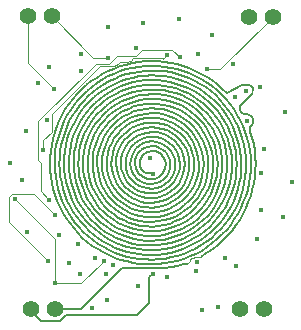
<source format=gbr>
%TF.GenerationSoftware,KiCad,Pcbnew,7.0.8*%
%TF.CreationDate,2023-10-16T01:10:26-04:00*%
%TF.ProjectId,watch,77617463-682e-46b6-9963-61645f706362,rev?*%
%TF.SameCoordinates,Original*%
%TF.FileFunction,Copper,L2,Inr*%
%TF.FilePolarity,Positive*%
%FSLAX45Y45*%
G04 Gerber Fmt 4.5, Leading zero omitted, Abs format (unit mm)*
G04 Created by KiCad (PCBNEW 7.0.8) date 2023-10-16 01:10:26*
%MOMM*%
%LPD*%
G01*
G04 APERTURE LIST*
%TA.AperFunction,ComponentPad*%
%ADD10C,1.400000*%
%TD*%
%TA.AperFunction,ViaPad*%
%ADD11C,0.400000*%
%TD*%
%TA.AperFunction,Conductor*%
%ADD12C,0.200000*%
%TD*%
%TA.AperFunction,Conductor*%
%ADD13C,0.088900*%
%TD*%
G04 APERTURE END LIST*
D10*
%TO.N,GND*%
%TO.C,TP2*%
X750000Y-1230000D03*
%TO.N,+BATT*%
X950000Y-1230000D03*
%TD*%
%TO.N,GND*%
%TO.C,TP4*%
X829000Y1247000D03*
%TO.N,VDD*%
X1029000Y1247000D03*
%TD*%
%TO.N,/coil_{+}*%
%TO.C,TP1*%
X-1020000Y-1230000D03*
X-820000Y-1230000D03*
%TD*%
%TO.N,/SWCLK*%
%TO.C,TP3*%
X-1044000Y1251000D03*
%TO.N,/SWDIO*%
X-844000Y1251000D03*
%TD*%
D11*
%TO.N,GND*%
X382000Y-834000D03*
%TO.N,/LED6*%
X-866000Y-303000D03*
X238000Y903000D03*
%TO.N,/LED13*%
X130000Y920000D03*
X-915000Y122000D03*
%TO.N,/LED5*%
X-818000Y-434000D03*
%TO.N,VDD*%
X375000Y-905000D03*
X470000Y800000D03*
%TO.N,+BATT*%
X-10000Y50000D03*
%TO.N,/LED10*%
X810000Y365000D03*
X930000Y-80000D03*
%TO.N,Net-(D51-K)*%
X705000Y570000D03*
X-1097000Y-136000D03*
X955000Y130000D03*
X132500Y-955000D03*
X-128478Y978478D03*
%TO.N,Net-(D53-K)*%
X-600000Y785000D03*
X-780000Y-600000D03*
X620000Y-797500D03*
X797107Y617107D03*
%TO.N,Net-(D55-K)*%
X-887500Y370000D03*
X395000Y932500D03*
X-390000Y-930000D03*
X930000Y-390000D03*
%TO.N,/LED15*%
X-625000Y-675000D03*
X-475000Y-795000D03*
%TO.N,/LED1*%
X-605000Y-932500D03*
X-72500Y1190000D03*
X715000Y-865000D03*
X1129677Y440000D03*
X-1063000Y280000D03*
%TO.N,/LED2*%
X920000Y655000D03*
X890000Y-635000D03*
X-380000Y-1150000D03*
X-1202500Y7500D03*
X-370000Y1160826D03*
%TO.N,/LED3*%
X687500Y842500D03*
X-1160000Y-300000D03*
X-595000Y930000D03*
X-821000Y-1012000D03*
X1110000Y-447500D03*
X-402290Y-820000D03*
%TO.N,/LED4*%
X1185000Y-152500D03*
X430000Y-1240000D03*
X512500Y1092500D03*
X-1054143Y-580000D03*
X-870000Y822500D03*
%TO.N,/LED5*%
X-695000Y-835000D03*
X-875000Y-825000D03*
X-117500Y-1030000D03*
X232500Y1230000D03*
X-960000Y685000D03*
%TO.N,Net-(D21-A)*%
X-501000Y-1218000D03*
X559000Y-1208000D03*
%TO.N,+BATT*%
X-329000Y-852000D03*
%TO.N,/SWDIO*%
X-372000Y900000D03*
%TO.N,/coil_{+}*%
X10000Y-88543D03*
X10000Y-930000D03*
%TO.N,/SWCLK*%
X-826000Y636000D03*
%TD*%
D12*
%TO.N,/coil_{+}*%
X474957Y-748412D02*
X433396Y-773396D01*
X433396Y-773396D02*
X427219Y-777109D01*
D13*
X401407Y-784593D02*
X422199Y-784593D01*
X422199Y-784593D02*
X433396Y-773396D01*
D12*
X264000Y-847643D02*
X220936Y-860489D01*
D13*
X325340Y-820660D02*
X310000Y-836000D01*
X310000Y-836000D02*
X303000Y-843000D01*
D12*
X264000Y-847643D02*
X298357Y-847643D01*
X298357Y-847643D02*
X310000Y-836000D01*
D13*
X325340Y-808225D02*
X325340Y-820660D01*
X376473Y-784593D02*
X342086Y-800485D01*
X401407Y-784593D02*
X376473Y-784593D01*
X342086Y-800485D02*
X325340Y-808225D01*
%TO.N,/LED6*%
X-937000Y-232000D02*
X-866000Y-303000D01*
X-937000Y10000D02*
X-937000Y-232000D01*
%TO.N,/LED5*%
X-818000Y-434000D02*
X-996845Y-255155D01*
X-996845Y-255155D02*
X-1178576Y-255155D01*
X-1178576Y-255155D02*
X-1204845Y-281425D01*
X-1204845Y-281425D02*
X-1204845Y-495155D01*
X-1204845Y-495155D02*
X-875000Y-825000D01*
%TO.N,/LED6*%
X-960000Y33000D02*
X-937000Y10000D01*
X-472181Y849399D02*
X-960000Y361579D01*
X-359181Y849399D02*
X-472181Y849399D01*
X-960000Y361579D02*
X-960000Y33000D01*
X-296580Y912000D02*
X-359181Y849399D01*
X-131537Y912000D02*
X-296580Y912000D01*
X-78692Y964845D02*
X-131537Y912000D01*
X176155Y964845D02*
X-78692Y964845D01*
X238000Y903000D02*
X176155Y964845D01*
%TO.N,/LED13*%
X130000Y920000D02*
X98302Y888302D01*
X98302Y888302D02*
X92911Y893692D01*
X-212628Y865839D02*
X-263093Y865839D01*
X-284566Y844366D02*
X-319176Y831619D01*
X92911Y893692D02*
X-157113Y893692D01*
X-319176Y831619D02*
X-436381Y831619D01*
X-436381Y831619D02*
X-842655Y425345D01*
X-157113Y893692D02*
X-176645Y874160D01*
X-176645Y874160D02*
X-212628Y865839D01*
X-263093Y865839D02*
X-284566Y844366D01*
X-842655Y271752D02*
X-915000Y199407D01*
X-915000Y199407D02*
X-915000Y122000D01*
X-842655Y425345D02*
X-842655Y271752D01*
%TO.N,/SWDIO*%
X-372000Y900000D02*
X-493000Y900000D01*
X-493000Y900000D02*
X-844000Y1251000D01*
D12*
%TO.N,/coil_{+}*%
X108445Y823725D02*
X162169Y815278D01*
X-496970Y-48947D02*
X-500000Y0D01*
X-459040Y687002D02*
X-413333Y715914D01*
X-502735Y655178D02*
X-459040Y687002D01*
X-738051Y363967D02*
X-713028Y411667D01*
X703341Y-160533D02*
X689833Y-212785D01*
X347651Y-496497D02*
X303333Y-525389D01*
X-759891Y314757D02*
X-738051Y363967D01*
X712900Y-107452D02*
X703341Y-160533D01*
X389244Y-463882D02*
X347651Y-496497D01*
X-803018Y-159730D02*
X-812159Y-106923D01*
X598270Y-52342D02*
X591979Y-104382D01*
X-790449Y-211800D02*
X-803018Y-159730D01*
X600000Y0D02*
X598270Y-52342D01*
X-774510Y-262911D02*
X-790449Y-211800D01*
X597163Y52245D02*
X600000Y0D01*
X-755271Y-312844D02*
X-774510Y-262911D01*
X589790Y103996D02*
X597163Y52245D01*
X-647244Y-496648D02*
X-678687Y-453484D01*
X516728Y298333D02*
X541267Y252397D01*
X-576292Y-576292D02*
X-613063Y-537642D01*
X456222Y382816D02*
X488306Y341915D01*
X605961Y-645283D02*
X564503Y-682367D01*
X-537092Y-612436D02*
X-576292Y-576292D01*
X420728Y420728D02*
X456222Y382816D01*
X644991Y-605687D02*
X605961Y-645283D01*
X-495633Y-645922D02*
X-537092Y-612436D01*
X382101Y455371D02*
X420728Y420728D01*
X681442Y-563738D02*
X644991Y-605687D01*
X-452095Y-676608D02*
X-495633Y-645922D01*
X340641Y486485D02*
X382101Y455371D01*
X715171Y-519602D02*
X681442Y-563738D01*
X-406667Y-704367D02*
X-452095Y-676608D01*
X746048Y-473457D02*
X715171Y-519602D01*
X-359544Y-729083D02*
X-406667Y-704367D01*
X773954Y-425485D02*
X746048Y-473457D01*
X-310930Y-750652D02*
X-359544Y-729083D01*
X202552Y556507D02*
X250519Y537239D01*
X798781Y-375878D02*
X773954Y-425485D01*
X-261036Y-768986D02*
X-310930Y-750652D01*
X153135Y571506D02*
X202552Y556507D01*
X820435Y-324833D02*
X798781Y-375878D01*
X-210075Y-784010D02*
X-261036Y-768986D01*
X102645Y582131D02*
X153135Y571506D01*
X838832Y-272553D02*
X820435Y-324833D01*
X-158267Y-795662D02*
X-210075Y-784010D01*
X51470Y588308D02*
X102645Y582131D01*
X853903Y-219245D02*
X838832Y-272553D01*
X-105835Y-803896D02*
X-158267Y-795662D01*
X0Y590000D02*
X51470Y588308D01*
X865591Y-165120D02*
X853903Y-219245D01*
X-53004Y-808681D02*
X-105835Y-803896D01*
X-51373Y587201D02*
X0Y590000D01*
X0Y-810000D02*
X-53004Y-808681D01*
X-102259Y579942D02*
X-51373Y587201D01*
X55247Y-807678D02*
X0Y-810000D01*
X-152272Y568286D02*
X-102259Y579942D01*
X110177Y-801594D02*
X55247Y-807678D01*
X-201032Y552330D02*
X-152272Y568286D01*
X877864Y55230D02*
X880000Y0D01*
X164534Y-791781D02*
X110177Y-801594D01*
X-248171Y532204D02*
X-201032Y552330D01*
X872267Y110193D02*
X877864Y55230D01*
X218066Y-778288D02*
X164534Y-791781D01*
X-293333Y508068D02*
X-248171Y532204D01*
X863234Y164671D02*
X872267Y110193D01*
X270525Y-761183D02*
X218066Y-778288D01*
X-336180Y480114D02*
X-293333Y508068D01*
X321666Y-740548D02*
X270525Y-761183D01*
X-376388Y448562D02*
X-336180Y480114D01*
X371252Y-716485D02*
X321666Y-740548D01*
X419056Y-689108D02*
X371252Y-716485D01*
X464854Y-658549D02*
X419056Y-689108D01*
X508437Y-624954D02*
X464854Y-658549D01*
X549604Y-588482D02*
X508437Y-624954D01*
X-528176Y246292D02*
X-505181Y291667D01*
X588164Y-549307D02*
X549604Y-588482D01*
X-547110Y199132D02*
X-528176Y246292D01*
X623942Y-507614D02*
X588164Y-549307D01*
X656773Y-463601D02*
X623942Y-507614D01*
X755857Y-268632D02*
X736162Y-319760D01*
X772008Y-216307D02*
X755857Y-268632D01*
X-558627Y-149684D02*
X-570094Y-100523D01*
X457834Y648603D02*
X501303Y616185D01*
X412279Y677963D02*
X457834Y648603D01*
X364852Y704132D02*
X412279Y677963D01*
X-212670Y759030D02*
X-160465Y772199D01*
X-263827Y742338D02*
X-212670Y759030D01*
X-362051Y698727D02*
X-313698Y722204D01*
X-495816Y609439D02*
X-453321Y642209D01*
X-695253Y360251D02*
X-669419Y407083D01*
X-684923Y457651D02*
X-653855Y501721D01*
X-764963Y158961D02*
X-752750Y210911D01*
X-773596Y106328D02*
X-764963Y158961D01*
X-778615Y53259D02*
X-773596Y106328D01*
X-780000Y0D02*
X-778615Y53259D01*
X-777748Y-53199D02*
X-780000Y0D01*
X-771874Y-106092D02*
X-777748Y-53199D01*
X-762408Y-158430D02*
X-771874Y-106092D01*
X-749401Y-209972D02*
X-762408Y-158430D01*
X-732915Y-260478D02*
X-749401Y-209972D01*
X-713032Y-309714D02*
X-732915Y-260478D01*
X0Y670000D02*
X52607Y668433D01*
X-689848Y-357450D02*
X-713032Y-309714D01*
X-52528Y667436D02*
X0Y670000D01*
X-663475Y-403468D02*
X-689848Y-357450D01*
X-104655Y660764D02*
X-52528Y667436D01*
X-634040Y-447554D02*
X-663475Y-403468D01*
X-156058Y650029D02*
X-104655Y660764D01*
X-601682Y-489505D02*
X-634040Y-447554D01*
X-206423Y635306D02*
X-156058Y650029D01*
X-566557Y-529127D02*
X-601682Y-489505D01*
X-255441Y616690D02*
X-206423Y635306D01*
X-528830Y-566239D02*
X-566557Y-529127D01*
X-302812Y594301D02*
X-255441Y616690D01*
X-488682Y-600670D02*
X-528830Y-566239D01*
X-348245Y568285D02*
X-302812Y594301D01*
X-446300Y-632264D02*
X-488682Y-600670D01*
X-156927Y-755172D02*
X-208213Y-743121D01*
X-104967Y-763690D02*
X-156927Y-755172D01*
X-52576Y-768639D02*
X-104967Y-763690D01*
X-629599Y204569D02*
X-612070Y253528D01*
X0Y-770000D02*
X-52576Y-768639D01*
X163385Y-751071D02*
X109453Y-761263D01*
X216422Y-737065D02*
X163385Y-751071D01*
X268293Y-719322D02*
X216422Y-737065D01*
X318737Y-697936D02*
X268293Y-719322D01*
X367497Y-673020D02*
X318737Y-697936D01*
X458992Y-613142D02*
X414327Y-644706D01*
X501266Y-578492D02*
X458992Y-613142D01*
X540937Y-540937D02*
X501266Y-578492D01*
X577805Y-500671D02*
X540937Y-540937D01*
X642412Y-412853D02*
X611686Y-457903D01*
X741299Y161260D02*
X751364Y108030D01*
X727470Y213604D02*
X741299Y161260D01*
X709952Y264799D02*
X727470Y213604D01*
X688840Y314583D02*
X709952Y264799D01*
X664243Y362704D02*
X688840Y314583D01*
X636294Y408921D02*
X664243Y362704D01*
X353501Y-541074D02*
X307863Y-568881D01*
X605136Y452999D02*
X636294Y408921D01*
X396652Y-509619D02*
X353501Y-541074D01*
X570935Y494717D02*
X605136Y452999D01*
X437025Y-474735D02*
X396652Y-509619D01*
X533866Y533866D02*
X570935Y494717D01*
X474348Y-436668D02*
X437025Y-474735D01*
X494122Y570247D02*
X533866Y533866D01*
X508373Y-395682D02*
X474348Y-436668D01*
X451910Y603681D02*
X494122Y570247D01*
X538871Y-352062D02*
X508373Y-395682D01*
X407447Y633999D02*
X451910Y603681D01*
X360962Y661052D02*
X407447Y633999D01*
X312694Y684705D02*
X360962Y661052D01*
X607314Y-208491D02*
X588505Y-258142D01*
X262892Y704842D02*
X312694Y684705D01*
X621947Y-157498D02*
X607314Y-208491D01*
X211812Y721364D02*
X262892Y704842D01*
X632310Y-105514D02*
X621947Y-157498D01*
X159714Y734193D02*
X211812Y721364D01*
X638339Y-52894D02*
X632310Y-105514D01*
X106865Y743266D02*
X159714Y734193D01*
X417323Y-380440D02*
X380836Y-417757D01*
X53537Y748542D02*
X106865Y743266D01*
X0Y750000D02*
X53537Y748542D01*
X-53472Y747636D02*
X0Y750000D01*
X-106607Y741466D02*
X-53472Y747636D01*
X-159134Y731528D02*
X-106607Y741466D01*
X-210787Y717875D02*
X-159134Y731528D01*
X-261304Y700583D02*
X-210787Y717875D01*
X-310428Y679743D02*
X-261304Y700583D01*
X-357912Y655467D02*
X-310428Y679743D01*
X-403515Y627881D02*
X-357912Y655467D01*
X-447007Y597131D02*
X-403515Y627881D01*
X-488169Y563377D02*
X-447007Y597131D01*
X-526795Y526795D02*
X-488169Y563377D01*
X-562690Y487574D02*
X-526795Y526795D01*
X-595676Y445917D02*
X-562690Y487574D01*
X495815Y150404D02*
X508782Y101203D01*
X-652275Y356169D02*
X-625587Y402040D01*
X-675609Y308540D02*
X-652275Y356169D01*
X-711769Y208994D02*
X-695472Y259398D01*
X-724421Y157588D02*
X-711769Y208994D01*
X-738568Y52823D02*
X-733368Y105442D01*
X-203877Y593874D02*
X-154268Y609192D01*
X241885Y452536D02*
X285424Y427167D01*
X-740000Y0D02*
X-738568Y52823D01*
X215251Y803328D02*
X267464Y787925D01*
X-565370Y-247994D02*
X-584416Y-200630D01*
X-737661Y-52759D02*
X-740000Y0D01*
X-731568Y-105184D02*
X-737661Y-52759D01*
X-721756Y-157009D02*
X-731568Y-105184D01*
X-708280Y-207970D02*
X-721756Y-157009D01*
X-691213Y-257809D02*
X-708280Y-207970D01*
X-670647Y-306274D02*
X-691213Y-257809D01*
X-646690Y-353119D02*
X-670647Y-306274D01*
X-619469Y-398108D02*
X-646690Y-353119D01*
X-589126Y-441014D02*
X-619469Y-398108D01*
X-555820Y-481620D02*
X-589126Y-441014D01*
X-519723Y-519723D02*
X-555820Y-481620D01*
X-481025Y-555132D02*
X-519723Y-519723D01*
X-439924Y-587670D02*
X-481025Y-555132D01*
X-396634Y-617174D02*
X-439924Y-587670D01*
X-669419Y407083D02*
X-640433Y452067D01*
X-351377Y-643498D02*
X-396634Y-617174D01*
X-544235Y620581D02*
X-502735Y655178D01*
X-304386Y-666512D02*
X-351377Y-643498D01*
X-583363Y583363D02*
X-544235Y620581D01*
X-717817Y311792D02*
X-695253Y360251D01*
X237448Y-41869D02*
X227614Y-82845D01*
X-255903Y-686103D02*
X-304386Y-666512D01*
X-480264Y145687D02*
X-464249Y192298D01*
X-619955Y543686D02*
X-583363Y583363D01*
X157448Y-587605D02*
X105732Y-599639D01*
X-737012Y261934D02*
X-717817Y311792D01*
X240000Y0D02*
X237448Y-41869D01*
X-206177Y-702174D02*
X-255903Y-686103D01*
X-491619Y97789D02*
X-480264Y145687D01*
X-653855Y501721D02*
X-619955Y543686D01*
X-752750Y210911D02*
X-737012Y261934D01*
X-155463Y-714650D02*
X-206177Y-702174D01*
X-498214Y49070D02*
X-491619Y97789D01*
X-104019Y-723469D02*
X-155463Y-714650D01*
X-713028Y411667D02*
X-684923Y457651D01*
X303333Y-525389D02*
X256623Y-550330D01*
X-52110Y-728593D02*
X-104019Y-723469D01*
X0Y-730000D02*
X-52110Y-728593D01*
X54517Y-727484D02*
X0Y-730000D01*
X-778455Y264250D02*
X-759891Y314757D01*
X718462Y-53841D02*
X712900Y-107452D01*
X427800Y-427800D02*
X389244Y-463882D01*
X108659Y-720905D02*
X54517Y-727484D01*
X-793669Y212663D02*
X-778455Y264250D01*
X720000Y0D02*
X718462Y-53841D01*
X162122Y-710305D02*
X108659Y-720905D01*
X-805470Y160218D02*
X-793669Y212663D01*
X717512Y53770D02*
X720000Y0D01*
X214610Y-695748D02*
X162122Y-710305D01*
X-813811Y107140D02*
X-805470Y160218D01*
X522502Y-301667D02*
X494677Y-346376D01*
X265829Y-677322D02*
X214610Y-695748D01*
X-818660Y53658D02*
X-813811Y107140D01*
X546302Y-254745D02*
X522502Y-301667D01*
X315496Y-655133D02*
X265829Y-677322D01*
X-820000Y0D02*
X-818660Y53658D01*
X565904Y-205972D02*
X546302Y-254745D01*
X363333Y-629312D02*
X315496Y-655133D01*
X-817828Y-53603D02*
X-820000Y0D01*
X581165Y-155723D02*
X565904Y-205972D01*
X409078Y-600007D02*
X363333Y-629312D01*
X-812159Y-106923D02*
X-817828Y-53603D01*
X591979Y-104382D02*
X581165Y-155723D01*
X452475Y-567386D02*
X409078Y-600007D01*
X493287Y-531637D02*
X452475Y-567386D01*
X531288Y-492963D02*
X493287Y-531637D01*
X566269Y-451585D02*
X531288Y-492963D01*
X598040Y-407736D02*
X566269Y-451585D01*
X626425Y-361667D02*
X598040Y-407736D01*
X651272Y-313636D02*
X626425Y-361667D01*
X672446Y-263915D02*
X651272Y-313636D01*
X689833Y-212785D02*
X672446Y-263915D01*
X620652Y358333D02*
X646123Y311157D01*
X53094Y708490D02*
X105962Y703012D01*
X0Y710000D02*
X53094Y708490D01*
X-53023Y707540D02*
X0Y710000D01*
X-105678Y701128D02*
X-53023Y707540D01*
X-157672Y690806D02*
X-105678Y701128D01*
X-397811Y583482D02*
X-353333Y611991D01*
X-516627Y479360D02*
X-479684Y516976D01*
X-653828Y256609D02*
X-633252Y304958D01*
X-683842Y156083D02*
X-670721Y206890D01*
X-693123Y104471D02*
X-683842Y156083D01*
X-698518Y52347D02*
X-693123Y104471D01*
X-667081Y-205767D02*
X-681057Y-155447D01*
X-509646Y-472882D02*
X-543931Y-433771D01*
X-432880Y-542814D02*
X-472558Y-509296D01*
X50304Y-446461D02*
X0Y-450000D01*
X-390837Y-573252D02*
X-432880Y-542814D01*
X99816Y-437325D02*
X50304Y-446461D01*
X-346667Y-600444D02*
X-390837Y-573252D01*
X147918Y-422725D02*
X99816Y-437325D01*
X-300619Y-624243D02*
X-346667Y-600444D01*
X194008Y-402862D02*
X147918Y-422725D01*
X54097Y-687375D02*
X0Y-690000D01*
X417331Y-146031D02*
X399000Y-192148D01*
X-417584Y759583D02*
X-369236Y784666D01*
X263095Y-635167D02*
X212604Y-654327D01*
X436524Y49184D02*
X440000Y0D01*
X484368Y-484368D02*
X445197Y-521258D01*
X165583Y-832441D02*
X110838Y-841902D01*
X-756428Y415850D02*
X-729162Y462740D01*
X520498Y-444547D02*
X484368Y-484368D01*
X219565Y-819427D02*
X165583Y-832441D01*
X-780685Y367362D02*
X-756428Y415850D01*
X553368Y-402045D02*
X520498Y-444547D01*
X272554Y-802918D02*
X219565Y-819427D01*
X-801839Y317471D02*
X-780685Y367362D01*
X582780Y-357128D02*
X553368Y-402045D01*
X-365810Y741788D02*
X-316671Y764510D01*
X672616Y-106532D02*
X662670Y-159093D01*
X678402Y-53391D02*
X672616Y-106532D01*
X680000Y0D02*
X678402Y-53391D01*
X677405Y53313D02*
X680000Y0D01*
X670640Y106219D02*
X677405Y53313D01*
X351903Y574253D02*
X396167Y545278D01*
X305536Y599647D02*
X351903Y574253D01*
X257355Y621309D02*
X305536Y599647D01*
X207659Y639110D02*
X257355Y621309D01*
X156759Y652946D02*
X207659Y639110D01*
X-391465Y538805D02*
X-348245Y568285D01*
X-215563Y-38010D02*
X-220000Y0D01*
X-652862Y103403D02*
X-643223Y154424D01*
X-658464Y51822D02*
X-652862Y103403D01*
X-660000Y0D02*
X-658464Y51822D01*
X-657467Y-51744D02*
X-660000Y0D01*
X-650887Y-103090D02*
X-657467Y-51744D01*
X-585391Y-298272D02*
X-607451Y-251614D01*
X182466Y75580D02*
X194931Y38774D01*
X-609105Y351667D02*
X-581515Y396470D01*
X-425064Y-497686D02*
X-463155Y-463155D01*
X37311Y187575D02*
X73667Y177847D01*
X-633252Y304958D02*
X-609105Y351667D01*
X-384412Y-529097D02*
X-425064Y-497686D01*
X0Y190000D02*
X37311Y187575D01*
X-201479Y-620089D02*
X-249701Y-602831D01*
X-152090Y-633499D02*
X-201479Y-620089D01*
X-101839Y-642985D02*
X-152090Y-633499D01*
X-51038Y-648495D02*
X-101839Y-642985D01*
X-691240Y-104188D02*
X-697568Y-52275D01*
X0Y-650000D02*
X-51038Y-648495D01*
X-681057Y-155447D02*
X-691240Y-104188D01*
X53633Y-647255D02*
X0Y-650000D01*
X106813Y-640097D02*
X53633Y-647255D01*
X301350Y556846D02*
X346592Y530499D01*
X254125Y579347D02*
X301350Y556846D01*
X-51981Y627324D02*
X0Y630000D01*
X364160Y364160D02*
X398583Y327109D01*
X-103521Y620369D02*
X-51981Y627324D01*
X326316Y397617D02*
X364160Y364160D01*
X-342562Y524331D02*
X-298344Y551291D01*
X99740Y501426D02*
X148590Y489834D01*
X-384368Y493836D02*
X-342562Y524331D01*
X50050Y508166D02*
X99740Y501426D01*
X-618407Y51243D02*
X-612582Y102222D01*
X-389887Y319972D02*
X-357089Y357089D01*
X625928Y259268D02*
X644816Y209513D01*
X-640433Y452067D02*
X-608428Y494992D01*
X-620000Y0D02*
X-618407Y51243D01*
X-418853Y279869D02*
X-389887Y319972D01*
X396167Y545278D02*
X438053Y512894D01*
X-515959Y-337093D02*
X-542496Y-293584D01*
X207872Y-571124D02*
X157448Y-587605D01*
X256623Y-550330D02*
X207872Y-571124D01*
X-670721Y206890D02*
X-653828Y256609D01*
X296667Y513842D02*
X340641Y486485D01*
X250519Y537239D02*
X296667Y513842D01*
X798569Y-54624D02*
X793410Y-109052D01*
X-499408Y-288333D02*
X-523141Y-243945D01*
X707606Y366652D02*
X731376Y317682D01*
X-413657Y413657D02*
X-376388Y448562D01*
X680564Y413860D02*
X707606Y366652D01*
X-447710Y375674D02*
X-413657Y413657D01*
X650379Y459088D02*
X680564Y413860D01*
X-478294Y334905D02*
X-447710Y375674D01*
X-561847Y150546D02*
X-547110Y199132D01*
X751284Y492448D02*
G75*
G03*
X747695Y456289I21966J-20438D01*
G01*
X-572283Y100909D02*
X-561847Y150546D01*
X-102981Y-683235D02*
X-153857Y-674093D01*
X-268227Y825517D02*
X-215962Y841118D01*
X-578346Y50599D02*
X-572283Y100909D01*
X-395485Y-228333D02*
X-417795Y-186014D01*
X-580000Y0D02*
X-578346Y50599D01*
X-368912Y-268030D02*
X-395485Y-228333D01*
X640000Y0D02*
X638339Y-52894D01*
X-577240Y-50502D02*
X-580000Y0D01*
X-338379Y-304678D02*
X-368912Y-268030D01*
X107783Y-680517D02*
X54097Y-687375D01*
X430361Y-98227D02*
X417331Y-146031D01*
X-464240Y731526D02*
X-417584Y759583D01*
X160727Y-669477D02*
X107783Y-680517D01*
X437943Y-49344D02*
X430361Y-98227D01*
X-542934Y-197612D02*
X-558627Y-149684D01*
X784544Y-163030D02*
X772008Y-216307D01*
X212604Y-654327D02*
X160727Y-669477D01*
X440000Y0D02*
X437943Y-49344D01*
X-523141Y-243945D02*
X-542934Y-197612D01*
X793410Y-109052D02*
X784544Y-163030D01*
X-406586Y-406586D02*
X-440901Y-369960D01*
X-195711Y-537713D02*
X-242066Y-519113D01*
X-147958Y-552188D02*
X-195711Y-537713D01*
X-99172Y-562435D02*
X-147958Y-552188D01*
X52539Y-566983D02*
X0Y-570000D01*
X104521Y-559138D02*
X52539Y-566983D01*
X155505Y-546543D02*
X104521Y-559138D01*
X205058Y-529315D02*
X155505Y-546543D01*
X603211Y307352D02*
X625928Y259268D01*
X-617358Y-51156D02*
X-620000Y0D01*
X-443717Y237171D02*
X-418853Y279869D01*
X503924Y-250924D02*
X479122Y-296660D01*
X576811Y353470D02*
X603211Y307352D01*
X-610506Y-101875D02*
X-617358Y-51156D01*
X524379Y-203145D02*
X503924Y-250924D01*
X473121Y292944D02*
X498659Y248302D01*
X189107Y-360312D02*
X144570Y-381199D01*
X0Y-610000D02*
X-50417Y-608441D01*
X346123Y92743D02*
X356094Y46881D01*
X53117Y-607125D02*
X0Y-610000D01*
X330287Y136809D02*
X346123Y92743D01*
X134896Y325668D02*
X176667Y305996D01*
X91018Y339684D02*
X134896Y325668D01*
X-173333Y300222D02*
X-132983Y321048D01*
X-352600Y-221553D02*
X-375833Y-180991D01*
X773749Y320497D02*
X793448Y269340D01*
X-210530Y274368D02*
X-173333Y300222D01*
X-304231Y-337883D02*
X-338379Y-304678D01*
X-570094Y-100523D02*
X-577240Y-50502D01*
X-243952Y243952D02*
X-210530Y274368D01*
X-266855Y-367294D02*
X-304231Y-337883D01*
X713010Y-369452D02*
X686507Y-417474D01*
X-127242Y-307190D02*
X-166667Y-288675D01*
X-43182Y-328003D02*
X-85842Y-320365D01*
X0Y-330000D02*
X-43182Y-328003D01*
X-232457Y-434897D02*
X-274313Y-410538D01*
X0Y310000D02*
X44247Y307745D01*
X583685Y256028D02*
X603332Y207124D01*
X-375384Y272732D02*
X-345315Y310923D01*
X160996Y774753D02*
X213609Y762379D01*
X-287889Y255047D02*
X-255557Y288465D01*
X-537111Y-49771D02*
X-540000Y0D01*
X-86825Y295698D02*
X-43988Y305945D01*
X443604Y334994D02*
X473121Y292944D01*
X230722Y-334258D02*
X189107Y-360312D01*
X-230160Y199435D02*
X-200030Y230847D01*
X-643223Y154424D02*
X-629599Y204569D01*
X410367Y374099D02*
X443604Y334994D01*
X268820Y-303435D02*
X230722Y-334258D01*
X-255435Y164158D02*
X-230160Y199435D01*
X-313698Y722204D02*
X-263827Y742338D01*
X-456817Y-48013D02*
X-460000Y0D01*
X373703Y409933D02*
X410367Y374099D01*
X-150134Y-592865D02*
X-198750Y-578940D01*
X357746Y-47098D02*
X349343Y-93606D01*
X-50417Y-608441D02*
X-100576Y-602719D01*
X356094Y46881D02*
X360000Y0D01*
X-95366Y417826D02*
X-48065Y426586D01*
X-270409Y-123492D02*
X-286103Y-84008D01*
X54899Y-767585D02*
X0Y-770000D01*
X114586Y-171491D02*
X79407Y-191705D01*
X105962Y703012D02*
X158308Y693592D01*
X-612070Y253528D02*
X-590737Y300996D01*
X56667Y98149D02*
X81317Y81317D01*
X360000Y0D02*
X357746Y-47098D01*
X-249317Y-160226D02*
X-270409Y-123492D01*
X109453Y-761263D02*
X54899Y-767585D01*
X10000Y-88543D02*
X2286Y-80829D01*
X144957Y-144957D02*
X114586Y-171491D01*
X28901Y107862D02*
X56667Y98149D01*
X-223290Y-193482D02*
X-249317Y-160226D01*
X-121603Y-266274D02*
X-158752Y-247023D01*
X-82215Y-279998D02*
X-121603Y-266274D01*
X285664Y-393182D02*
X243333Y-421466D01*
X324751Y-360673D02*
X285664Y-393182D01*
X-49727Y-568384D02*
X-99172Y-562435D01*
X130295Y-255719D02*
X88997Y-273904D01*
X0Y-570000D02*
X-49727Y-568384D01*
X168107Y-231379D02*
X130295Y-255719D01*
X-423479Y460021D02*
X-384368Y493836D01*
X0Y510000D02*
X50050Y508166D01*
X201525Y-201525D02*
X168107Y-231379D01*
X-459634Y423123D02*
X-423479Y460021D01*
X-49927Y506922D02*
X0Y510000D01*
X229761Y-166931D02*
X201525Y-201525D01*
X-492590Y383398D02*
X-459634Y423123D01*
X-99252Y498974D02*
X-49927Y506922D01*
X252155Y-128479D02*
X229761Y-166931D01*
X302859Y-268310D02*
X268820Y-303435D01*
X848736Y655433D02*
G75*
G03*
X823014Y670000I-25726J-15433D01*
G01*
X268198Y-87143D02*
X252155Y-128479D01*
X277540Y-43958D02*
X268198Y-87143D01*
X356907Y-187319D02*
X332359Y-229411D01*
X389870Y-96094D02*
X376164Y-142660D01*
X199533Y515054D02*
X246467Y494973D01*
X454605Y147710D02*
X468207Y99520D01*
X396320Y48122D02*
X400000Y0D01*
X50802Y548240D02*
X101278Y541792D01*
X-612582Y102222D02*
X-602559Y152589D01*
X-357089Y357089D02*
X-320765Y390853D01*
X246809Y125755D02*
X264394Y85907D01*
X157381Y-35921D02*
X146729Y-70661D01*
X386883Y95358D02*
X396320Y48122D01*
X0Y550000D02*
X50802Y548240D01*
X371849Y141024D02*
X386883Y95358D01*
X351458Y184459D02*
X371849Y141024D01*
X326028Y225041D02*
X351458Y184459D01*
X-584416Y-200630D02*
X-599498Y-151813D01*
X267464Y787925D02*
X318584Y769130D01*
X66322Y137720D02*
X96196Y120625D01*
X42394Y267664D02*
X84053Y258687D01*
X317643Y-45670D02*
X308782Y-90667D01*
X295950Y262189D02*
X326028Y225041D01*
X-82817Y254883D02*
X-42081Y265688D01*
X477297Y477297D02*
X513654Y438702D01*
X33696Y147632D02*
X66322Y137720D01*
X0Y270000D02*
X42394Y267664D01*
X320000Y0D02*
X317643Y-45670D01*
X261678Y295374D02*
X295950Y262189D01*
X438053Y512894D02*
X477297Y477297D01*
X-542496Y-293584D02*
X-565370Y-247994D01*
X-42081Y265688D02*
X0Y270000D01*
X315843Y45411D02*
X320000Y0D01*
X223730Y324129D02*
X261678Y295374D01*
X-121215Y237899D02*
X-82817Y254883D01*
X-156351Y215198D02*
X-121215Y237899D01*
X736162Y-319760D02*
X713010Y-369452D01*
X-85842Y-320365D02*
X-127242Y-307190D01*
X-208213Y-743121D02*
X-258585Y-727589D01*
X-112807Y89961D02*
X-90851Y113924D01*
X-128710Y61983D02*
X-112807Y89961D01*
X482727Y-199952D02*
X461355Y-246599D01*
X668013Y262176D02*
X686192Y211662D01*
X-255811Y-40517D02*
X-260000Y0D01*
X646123Y311157D02*
X668013Y262176D01*
X-245373Y-79726D02*
X-255811Y-40517D01*
X768659Y215368D02*
X781990Y162499D01*
X293563Y-134066D02*
X272260Y-174971D01*
X618886Y156723D02*
X630233Y105167D01*
X-311369Y345810D02*
X-273908Y377002D01*
X169412Y-113197D02*
X144957Y-144957D01*
X751760Y267176D02*
X768659Y215368D01*
X308782Y-90667D02*
X293563Y-134066D01*
X445350Y558451D02*
X486162Y523958D01*
X-77872Y-239666D02*
X-114860Y-225425D01*
X603332Y207124D02*
X618886Y156723D01*
X-345315Y310923D02*
X-311369Y345810D01*
X187086Y-77493D02*
X169412Y-113197D01*
X402103Y589777D02*
X445350Y558451D01*
X-39265Y-247910D02*
X-77872Y-239666D01*
X356667Y617765D02*
X402103Y589777D01*
X0Y-250000D02*
X-39265Y-247910D01*
X309297Y642262D02*
X356667Y617765D01*
X43219Y-245108D02*
X0Y-250000D01*
X-432208Y506050D02*
X-391465Y538805D01*
X-204644Y-74484D02*
X-215563Y-38010D01*
X106810Y-61667D02*
X88388Y-88388D01*
X52607Y668433D02*
X104967Y662739D01*
X334906Y-138723D02*
X314656Y-181667D01*
X0Y430000D02*
X48225Y428006D01*
X557422Y-635618D02*
X514911Y-671045D01*
X-505290Y431558D02*
X-470226Y470226D01*
X120000Y0D02*
X117521Y-31490D01*
X-198750Y-578940D02*
X-246091Y-561032D01*
X349343Y-93606D02*
X334906Y-138723D01*
X-100576Y-602719D02*
X-150134Y-592865D01*
X-48065Y426586D02*
X0Y430000D01*
X-311809Y-129156D02*
X-326805Y-87567D01*
X223289Y162229D02*
X246809Y125755D01*
X160000Y0D02*
X157381Y-35921D01*
X-401887Y-660875D02*
X-446300Y-632264D01*
X0Y150000D02*
X33696Y147632D01*
X-535953Y573865D02*
X-495816Y609439D01*
X-103475Y154861D02*
X-71753Y173227D01*
X95332Y-355783D02*
X48186Y-366008D01*
X-608428Y494992D02*
X-573547Y535656D01*
X-152783Y102086D02*
X-130815Y130815D01*
X-640306Y-153724D02*
X-650887Y-103090D01*
X197383Y-39262D02*
X187086Y-77493D01*
X183333Y-317543D02*
X140636Y-339526D01*
X194454Y194454D02*
X223289Y162229D01*
X154596Y35286D02*
X160000Y0D01*
X317614Y352746D02*
X353241Y318060D01*
X-144984Y172786D02*
X-113333Y196299D01*
X-266435Y-204442D02*
X-291562Y-168333D01*
X161053Y221671D02*
X194454Y194454D01*
X141581Y68182D02*
X154596Y35286D01*
X850647Y398709D02*
G75*
G03*
X816209Y420797I-35777J-17889D01*
G01*
X-236881Y-236881D02*
X-266435Y-204442D01*
X2286Y-80829D02*
X-46667Y-80829D01*
X252760Y-507610D02*
X205058Y-529315D01*
X277898Y-348474D02*
X237514Y-378002D01*
X-544615Y-658327D02*
X-585151Y-623122D01*
X123939Y243245D02*
X161053Y221671D01*
X121742Y97086D02*
X141581Y68182D01*
X-41401Y-287948D02*
X-82215Y-279998D01*
X243333Y-421466D02*
X198216Y-445201D01*
X412805Y238333D02*
X436066Y194149D01*
X-193412Y111667D02*
X-171934Y144270D01*
X-203428Y-265112D02*
X-236881Y-236881D01*
X84053Y258687D02*
X123939Y243245D01*
X96196Y120625D02*
X121742Y97086D01*
X385092Y279786D02*
X412805Y238333D01*
X-208821Y76005D02*
X-193412Y111667D01*
X-252955Y-644519D02*
X-300619Y-624243D01*
X237514Y-378002D02*
X194008Y-402862D01*
X-280867Y-453616D02*
X-321878Y-426235D01*
X97751Y-396592D02*
X49327Y-406247D01*
X368390Y747020D02*
X416667Y721688D01*
X360177Y-324305D02*
X324751Y-360673D01*
X686507Y-417474D02*
X656773Y-463601D01*
X-166667Y-288675D02*
X-203428Y-265112D01*
X731376Y317682D02*
X751760Y267176D01*
X-220000Y0D02*
X-217752Y38396D01*
X-153857Y-674093D02*
X-203942Y-661165D01*
X-215962Y841118D02*
X-162797Y853411D01*
X-192308Y-496404D02*
X-237552Y-477069D01*
X-149298Y-205490D02*
X-180312Y-180312D01*
X-83716Y-48333D02*
X-94983Y-25450D01*
X33215Y-123960D02*
X0Y-130000D01*
X486162Y523958D02*
X524307Y486485D01*
X63333Y-109697D02*
X33215Y-123960D01*
X581174Y542778D02*
X617196Y502126D01*
X266142Y171039D02*
X288601Y131800D01*
X-213580Y155175D02*
X-187383Y187383D01*
X403221Y-554986D02*
X358695Y-585338D01*
X393852Y189669D02*
X413286Y144615D01*
X611686Y-457903D02*
X577805Y-500671D01*
X-280979Y-248926D02*
X-309569Y-213680D01*
X-797376Y-315704D02*
X-816006Y-265137D01*
X-180312Y-180312D02*
X-207108Y-150473D01*
X0Y-130000D02*
X-29246Y-128133D01*
X103868Y622446D02*
X155044Y612253D01*
X0Y630000D02*
X52068Y628373D01*
X-158752Y-247023D02*
X-192886Y-222603D01*
X-733368Y105442D02*
X-724421Y157588D01*
X-154268Y609192D02*
X-103521Y620369D01*
X153307Y-505384D02*
X103154Y-518590D01*
X187255Y-157126D02*
X157840Y-188106D01*
X-168608Y69840D02*
X-152783Y102086D01*
X-625795Y-203333D02*
X-640306Y-153724D01*
X200000Y0D02*
X197383Y-39262D01*
X222705Y-290235D02*
X183333Y-317543D01*
X-573547Y535656D02*
X-535953Y573865D01*
X-130815Y130815D02*
X-103475Y154861D01*
X140636Y-339526D02*
X95332Y-355783D01*
X-413333Y715914D02*
X-365810Y741788D01*
X-53333Y92376D02*
X-28039Y104642D01*
X104967Y662739D02*
X156759Y652946D01*
X142728Y407892D02*
X187810Y389991D01*
X423333Y-733235D02*
X374655Y-759726D01*
X-845946Y161373D02*
X-834531Y214271D01*
X315776Y726990D02*
X364852Y704132D01*
X-179812Y342603D02*
X-137478Y362499D01*
X591744Y403444D02*
X620652Y358333D01*
X-141312Y403847D02*
X-95366Y417826D01*
X669722Y-513896D02*
X634991Y-556873D01*
X-100000Y0D02*
X-98202Y26313D01*
X-291562Y-168333D02*
X-311809Y-129156D01*
X-89489Y51667D02*
X-74246Y74246D01*
X353241Y318060D02*
X385092Y279786D01*
X-217752Y38396D02*
X-208821Y76005D01*
X-203942Y-661165D02*
X-252955Y-644519D01*
X-237552Y-477069D02*
X-280867Y-453616D01*
X-470226Y470226D02*
X-432208Y506050D01*
X117521Y-31490D02*
X106810Y-61667D01*
X260262Y663137D02*
X309297Y642262D01*
X84745Y-232835D02*
X43219Y-245108D01*
X-602559Y152589D02*
X-588398Y201997D01*
X-320765Y390853D02*
X-281257Y420931D01*
X264394Y85907D02*
X275565Y43645D01*
X146729Y-70661D02*
X128444Y-102430D01*
X107642Y161097D02*
X137886Y137886D01*
X-498446Y-425713D02*
X-530715Y-385587D01*
X693801Y-316848D02*
X669829Y-365754D01*
X-173378Y-330343D02*
X-212369Y-307669D01*
X135954Y-297698D02*
X92459Y-314888D01*
X52068Y628373D02*
X103868Y622446D01*
X429246Y286813D02*
X455843Y243653D01*
X-192886Y-222603D02*
X-223290Y-193482D01*
X46834Y-325741D02*
X0Y-330000D01*
X-258585Y-727589D02*
X-307808Y-708645D01*
X-90851Y113924D02*
X-63843Y132571D01*
X0Y-690000D02*
X-51599Y-688546D01*
X399000Y-192148D02*
X375583Y-235994D01*
X-369236Y784666D02*
X-319385Y806674D01*
X-48956Y-528325D02*
X-97603Y-522132D01*
X51888Y-526826D02*
X0Y-530000D01*
X414327Y-644706D02*
X367497Y-673020D01*
X-114860Y-225425D02*
X-149298Y-205490D01*
X857123Y340686D02*
G75*
G03*
X859619Y380762I-33282J22188D01*
G01*
X-613063Y-537642D02*
X-647244Y-496648D01*
X564503Y-682367D02*
X520778Y-716789D01*
X105732Y-599639D02*
X53117Y-607125D01*
X308882Y178333D02*
X330287Y136809D01*
X-380981Y183471D02*
X-358648Y225354D01*
X825086Y-164120D02*
X812988Y-217839D01*
X92459Y-314888D02*
X46834Y-325741D01*
X588505Y-258142D02*
X565641Y-306109D01*
X49198Y468088D02*
X97996Y461034D01*
X-106667Y-184752D02*
X-137842Y-164274D01*
X-234335Y119399D02*
X-213580Y155175D01*
X-137883Y31471D02*
X-128710Y61983D01*
X467378Y430252D02*
X501727Y390510D01*
X103154Y-518590D02*
X51888Y-526826D01*
X-296047Y-42565D02*
X-300000Y0D01*
X-448644Y-95362D02*
X-456817Y-48013D01*
X333931Y442195D02*
X373703Y409933D01*
X-177767Y35360D02*
X-168608Y69840D01*
X760000Y0D02*
X758517Y-54250D01*
X-607451Y-251614D02*
X-625795Y-203333D01*
X194931Y38774D02*
X200000Y0D01*
X258094Y-258094D02*
X222705Y-290235D01*
X-559758Y-343020D02*
X-585391Y-298272D01*
X163176Y109031D02*
X182466Y75580D01*
X210733Y-121667D02*
X187255Y-157126D01*
X187810Y389991D02*
X230674Y367115D01*
X730959Y-214629D02*
X714211Y-266387D01*
X-88915Y-360742D02*
X-132022Y-348114D01*
X-336265Y-44270D02*
X-340000Y0D01*
X0Y-410000D02*
X-45985Y-408132D01*
X759939Y436379D02*
G75*
G03*
X784647Y421855I25711J15461D01*
G01*
X-472558Y-509296D02*
X-509646Y-472882D01*
X-456116Y-282415D02*
X-480755Y-239388D01*
X-377993Y45897D02*
X-370452Y91308D01*
X44247Y307745D02*
X87849Y299187D01*
X476707Y50104D02*
X480000Y0D01*
X-255557Y288465D02*
X-219360Y317798D01*
X524307Y486485D02*
X559568Y446241D01*
X-226874Y361067D02*
X-185330Y384842D01*
X730348Y-421667D02*
X701552Y-468762D01*
X158308Y693592D02*
X209838Y680277D01*
X-590737Y300996D02*
X-565727Y346678D01*
X157840Y-188106D02*
X123333Y-213620D01*
X81317Y81317D02*
X101036Y58333D01*
X278610Y383474D02*
X317614Y352746D01*
X-355650Y-686374D02*
X-401887Y-660875D01*
X-33060Y144846D02*
X0Y150000D01*
X-625587Y402040D02*
X-595676Y445917D01*
X478108Y198039D02*
X495815Y150404D01*
X-145524Y-511465D02*
X-192308Y-496404D01*
X560000Y0D02*
X558197Y-51725D01*
X-453321Y642209D02*
X-408664Y672019D01*
X-67175Y-67175D02*
X-83716Y-48333D01*
X-505181Y291667D02*
X-478294Y334905D01*
X-36823Y185123D02*
X0Y190000D01*
X-50693Y547068D02*
X0Y550000D01*
X-408664Y672019D02*
X-362051Y698727D01*
X-137478Y362499D02*
X-92965Y377174D01*
X87849Y299187D02*
X129912Y284467D01*
X480000Y0D02*
X478033Y-50243D01*
X265283Y746434D02*
X315776Y726990D01*
X-219360Y317798D02*
X-179812Y342603D01*
X559568Y446241D02*
X591744Y403444D01*
X-185330Y384842D02*
X-141312Y403847D01*
X701552Y-468762D02*
X669722Y-513896D01*
X209838Y680277D02*
X260262Y663137D01*
X123333Y-213620D02*
X84745Y-232835D01*
X101036Y58333D02*
X114301Y30627D01*
X751364Y108030D02*
X757610Y54185D01*
X-175315Y-34872D02*
X-180000Y0D01*
X150998Y530701D02*
X199533Y515054D01*
X73667Y177847D02*
X107642Y161097D01*
X-463155Y-463155D02*
X-498446Y-425713D01*
X714211Y-266387D02*
X693801Y-316848D01*
X-132022Y-348114D02*
X-173378Y-330343D01*
X-340000Y0D02*
X-337918Y44488D01*
X-45985Y-408132D02*
X-91551Y-401113D01*
X-588398Y201997D02*
X-570189Y250108D01*
X-281257Y420931D02*
X-238939Y447024D01*
X275565Y43645D02*
X280000Y0D01*
X128444Y-102430D02*
X103321Y-129561D01*
X-171934Y144270D02*
X-144984Y172786D01*
X436066Y194149D02*
X454605Y147710D01*
X-207108Y-150473D02*
X-228989Y-116676D01*
X-29246Y-128133D02*
X-57645Y-119700D01*
X155044Y612253D02*
X205244Y597856D01*
X-297335Y171667D02*
X-273046Y209515D01*
X-220033Y-350181D02*
X-258303Y-323902D01*
X663111Y508823D02*
X695317Y464596D01*
X116667Y202073D02*
X150698Y179595D01*
X-628104Y-302479D02*
X-649395Y-254869D01*
X210371Y-612790D02*
X159178Y-628580D01*
X0Y-170000D02*
X-33409Y-167960D01*
X-538282Y49879D02*
X-531962Y99441D01*
X-228989Y-116676D02*
X-245373Y-79726D01*
X-57645Y-119700D02*
X-83726Y-104989D01*
X205244Y597856D02*
X254125Y579347D01*
X-83726Y-104989D02*
X-106106Y-84617D01*
X508782Y101203D02*
X516874Y50908D01*
X630233Y105167D02*
X637290Y52807D01*
X-106106Y-84617D02*
X-123561Y-59504D01*
X516874Y50908D02*
X520000Y0D01*
X637290Y52807D02*
X640000Y0D01*
X-316671Y764510D02*
X-266125Y783979D01*
X662670Y-159093D02*
X648621Y-210750D01*
X-98202Y26313D02*
X-89489Y51667D01*
X-298344Y551291D02*
X-252011Y574527D01*
X148590Y489834D02*
X196125Y473488D01*
X-146547Y-97919D02*
X-163989Y-67926D01*
X797701Y54564D02*
X800000Y0D01*
X-440901Y-369960D02*
X-471923Y-330444D01*
X213127Y-245962D02*
X176445Y-274555D01*
X711016Y107168D02*
X717512Y53770D01*
X-249177Y80963D02*
X-234335Y119399D01*
X-140000Y0D02*
X-137883Y31471D01*
X429896Y466991D02*
X467378Y430252D01*
X800000Y0D02*
X798569Y-54624D01*
X-471923Y-330444D02*
X-499408Y-288333D01*
X176445Y-274555D02*
X135954Y-297698D01*
X-43988Y305945D02*
X0Y310000D01*
X107690Y783503D02*
X160996Y774753D01*
X-127646Y279505D02*
X-86825Y295698D01*
X-315899Y218049D02*
X-287889Y255047D01*
X-529649Y-99009D02*
X-537111Y-49771D01*
X560086Y303103D02*
X583685Y256028D01*
X-401258Y231667D02*
X-375384Y272732D01*
X-28039Y104642D02*
X0Y110000D01*
X427575Y97591D02*
X436524Y49184D01*
X-71753Y173227D02*
X-36823Y185123D01*
X758517Y-54250D02*
X753164Y-108289D01*
X48186Y-366008D02*
X0Y-370000D01*
X-329169Y-470102D02*
X-369246Y-440050D01*
X137886Y137886D02*
X163176Y109031D01*
X-530715Y-385587D02*
X-559758Y-343020D01*
X669829Y-365754D02*
X642412Y-412853D01*
X-212369Y-307669D02*
X-248416Y-280404D01*
X-187383Y187383D02*
X-156351Y215198D01*
X617196Y502126D02*
X650379Y459088D01*
X288601Y131800D02*
X305293Y89642D01*
X-383123Y-314421D02*
X-412617Y-275702D01*
X-214388Y800109D02*
X-161681Y812826D01*
X-369246Y-440050D02*
X-406586Y-406586D01*
X-248416Y-280404D02*
X-280979Y-248926D01*
X358695Y-585338D02*
X311892Y-612122D01*
X413286Y144615D02*
X427575Y97591D01*
X311892Y-612122D02*
X263095Y-635167D01*
X781990Y162499D02*
X791687Y108815D01*
X272260Y-174971D02*
X245275Y-212532D01*
X686192Y211662D02*
X700555Y159897D01*
X-260000Y0D02*
X-257787Y40829D01*
X-123561Y-59504D02*
X-135097Y-30835D01*
X346592Y530499D02*
X389540Y500481D01*
X-123744Y-123744D02*
X-146547Y-97919D01*
X-581515Y396470D02*
X-550633Y439115D01*
X-486021Y242010D02*
X-462118Y286131D01*
X223438Y81325D02*
X235260Y41483D01*
X791687Y108815D02*
X797701Y54564D01*
X245275Y-212532D02*
X213127Y-245962D01*
X700555Y159897D02*
X711016Y107168D01*
X-257787Y40829D02*
X-249177Y80963D01*
X-135097Y-30835D02*
X-140000Y0D01*
X389540Y500481D02*
X429896Y466991D01*
X235260Y41483D02*
X240000Y0D01*
X-307808Y-708645D02*
X-355650Y-686374D01*
X-63843Y132571D02*
X-33060Y144846D01*
X236667Y409919D02*
X278610Y383474D01*
X-51599Y-688546D02*
X-102981Y-683235D01*
X375583Y-235994D02*
X347357Y-277008D01*
X-97603Y-522132D02*
X-145524Y-511465D01*
X-695472Y259398D02*
X-675609Y308540D01*
X398583Y327109D02*
X429246Y286813D01*
X0Y-530000D02*
X-48956Y-528325D01*
X-326805Y-87567D02*
X-336265Y-44270D01*
X49327Y-406247D02*
X0Y-410000D01*
X777545Y670002D02*
G75*
G03*
X763353Y666430I5J-30002D01*
G01*
X468207Y99520D02*
X476707Y50104D01*
X400000Y0D02*
X397847Y-48307D01*
X101278Y541792D02*
X150998Y530701D01*
X-113333Y196299D02*
X-77905Y214041D01*
X-427643Y-322941D02*
X-456116Y-282415D01*
X-380000Y0D02*
X-377993Y45897D01*
X-337918Y44488D02*
X-330025Y88430D01*
X88997Y-273904D02*
X45210Y-285442D01*
X-47107Y-448198D02*
X-93837Y-441471D01*
X-570189Y250108D02*
X-548051Y296590D01*
X-238939Y447024D02*
X-194212Y468869D01*
X280000Y0D02*
X277540Y-43958D01*
X103321Y-129561D02*
X72521Y-150591D01*
X-77905Y214041D02*
X-39746Y225412D01*
X397847Y-48307D02*
X389870Y-96094D01*
X376164Y-142660D02*
X356907Y-187319D01*
X246467Y494973D02*
X291396Y470620D01*
X0Y230000D02*
X40132Y227600D01*
X-543931Y-433771D02*
X-575220Y-392178D01*
X-501341Y-194220D02*
X-517688Y-147295D01*
X-357464Y135568D02*
X-339198Y178025D01*
X-330025Y88430D02*
X-316429Y131069D01*
X45210Y-285442D02*
X0Y-290000D01*
X-93837Y-441471D02*
X-139676Y-429877D01*
X-548051Y296590D02*
X-522127Y341123D01*
X72521Y-150591D02*
X37511Y-164345D01*
X-309569Y-213680D02*
X-333749Y-175165D01*
X40132Y227600D02*
X79425Y218217D01*
X-575220Y-392178D02*
X-603331Y-348333D01*
X307863Y-568881D02*
X260045Y-592843D01*
X-517688Y-147295D02*
X-529649Y-99009D01*
X-339198Y178025D02*
X-315899Y218049D01*
X-316429Y131069D02*
X-297335Y171667D01*
X-179132Y-371971D02*
X-220033Y-350181D01*
X0Y-290000D02*
X-41401Y-287948D01*
X-139676Y-429877D02*
X-184116Y-413532D01*
X-522127Y341123D02*
X-492590Y383398D01*
X37511Y-164345D02*
X0Y-170000D01*
X-333749Y-175165D02*
X-353148Y-133932D01*
X79425Y218217D02*
X116667Y202073D01*
X-603331Y-348333D02*
X-628104Y-302479D01*
X260045Y-592843D02*
X210371Y-612790D01*
X-273046Y209515D02*
X-243952Y243952D01*
X-258303Y-323902D02*
X-293449Y-293449D01*
X695317Y464596D02*
X724575Y418333D01*
X577946Y154860D02*
X589790Y103996D01*
X-732820Y-361387D02*
X-755271Y-312844D01*
X0Y-490000D02*
X-48090Y-488262D01*
X-33409Y-167960D02*
X-66013Y-159369D01*
X-531962Y99441D02*
X-521083Y148261D01*
X150698Y179595D02*
X180446Y151412D01*
X-649395Y-254869D02*
X-667081Y-205767D01*
X159178Y-628580D02*
X106813Y-640097D01*
X-540000Y0D02*
X-538282Y49879D01*
X-66013Y-159369D02*
X-96530Y-144468D01*
X-521083Y148261D02*
X-505729Y195920D01*
X180446Y151412D02*
X204959Y118333D01*
X836662Y309991D02*
G75*
G03*
X832073Y288172I24958J-16641D01*
G01*
X-96530Y-144468D02*
X-123744Y-123744D01*
X-505729Y195920D02*
X-486021Y242010D01*
X204959Y118333D02*
X223438Y81325D01*
X-252011Y574527D02*
X-203877Y593874D01*
X196125Y473488D02*
X241885Y452536D01*
X-163989Y-67926D02*
X-175315Y-34872D01*
X-417795Y-186014D02*
X-435584Y-141530D01*
X-249701Y-602831D02*
X-296456Y-581827D01*
X-402542Y366966D02*
X-367362Y402977D01*
X-550633Y439115D02*
X-516627Y479360D01*
X-462118Y286131D02*
X-434215Y327904D01*
X-300000Y0D02*
X-297846Y42824D01*
X-353148Y-133932D02*
X-367464Y-90572D01*
X-321878Y-426235D02*
X-360229Y-395152D01*
X-286103Y-84008D02*
X-296047Y-42565D01*
X-435584Y-141530D02*
X-448644Y-95362D01*
X291396Y470620D02*
X333931Y442195D01*
X-180000Y0D02*
X-177767Y35360D01*
X757610Y54185D02*
X760000Y0D01*
X-296456Y-581827D02*
X-341453Y-557200D01*
X-367362Y402977D02*
X-328968Y435623D01*
X227614Y-82845D02*
X210733Y-121667D01*
X-434215Y327904D02*
X-402542Y366966D01*
X753164Y-108289D02*
X743964Y-161840D01*
X0Y-370000D02*
X-44691Y-368066D01*
X743964Y-161840D02*
X730959Y-214629D01*
X-44691Y-368066D02*
X-88915Y-360742D01*
X0Y790000D02*
X53941Y788592D01*
X-200030Y230847D02*
X-165633Y257729D01*
X-107453Y781780D02*
X-53882Y787725D01*
X501727Y390510D02*
X532702Y348032D01*
X-439388Y142766D02*
X-422667Y188183D01*
X53941Y788592D02*
X107690Y783503D01*
X-165633Y257729D02*
X-127646Y279505D01*
X-53882Y787725D02*
X0Y790000D01*
X532702Y348032D02*
X560086Y303103D01*
X-370452Y91308D02*
X-357464Y135568D01*
X-422667Y188183D02*
X-401258Y231667D01*
X129912Y284467D02*
X169565Y263848D01*
X478033Y-50243D02*
X470815Y-100075D01*
X-92965Y377174D02*
X-46917Y386393D01*
X169565Y263848D02*
X205983Y237718D01*
X470815Y-100075D02*
X458409Y-148946D01*
X-46917Y386393D02*
X0Y390000D01*
X501303Y616185D02*
X542481Y580856D01*
X205983Y237718D02*
X238405Y206579D01*
X0Y390000D02*
X47102Y387920D01*
X542481Y580856D02*
X581174Y542778D01*
X238405Y206579D02*
X266142Y171039D01*
X47102Y387920D02*
X93701Y380161D01*
X93701Y380161D02*
X139114Y366814D01*
X139114Y366814D02*
X182672Y348052D01*
X305293Y89642D02*
X315843Y45411D01*
X182672Y348052D02*
X223730Y324129D01*
X440938Y-196318D02*
X418579Y-241667D01*
X418579Y-241667D02*
X391564Y-284488D01*
X144570Y-381199D02*
X97751Y-396592D01*
X318584Y769130D02*
X368390Y747020D01*
X391564Y-284488D02*
X360177Y-324305D01*
X541267Y252397D02*
X561727Y204452D01*
X-678687Y-453484D02*
X-707254Y-408333D01*
X-91551Y-401113D02*
X-136122Y-389015D01*
X550279Y627473D02*
X590434Y590434D01*
X488306Y341915D02*
X516728Y298333D01*
X198216Y-445201D02*
X150800Y-464116D01*
X561727Y204452D02*
X577946Y154860D01*
X-707254Y-408333D02*
X-732820Y-361387D01*
X-136122Y-389015D02*
X-179132Y-371971D01*
X854624Y603480D02*
G75*
G03*
X858388Y639353I-21960J20439D01*
G01*
X590434Y590434D02*
X628100Y550829D01*
X150800Y-464116D02*
X101599Y-477988D01*
X-293449Y-293449D02*
X-325019Y-259194D01*
X-353333Y611991D02*
X-306818Y637114D01*
X-48090Y-488262D02*
X-95838Y-481811D01*
X-325019Y-259194D02*
X-352600Y-221553D01*
X-306818Y637114D02*
X-258522Y658704D01*
X-95838Y-481811D02*
X-142784Y-470695D01*
X-132983Y321048D02*
X-90155Y336464D01*
X-408077Y-93141D02*
X-416649Y-46945D01*
X822634Y163632D02*
X831987Y109533D01*
X-375833Y-180991D02*
X-394408Y-138010D01*
X793448Y269340D02*
X809768Y216977D01*
X-274313Y-410538D02*
X-313628Y-382157D01*
X-90155Y336464D02*
X-45575Y346180D01*
X-416649Y-46945D02*
X-420000Y0D01*
X-394408Y-138010D02*
X-408077Y-93141D01*
X-313628Y-382157D02*
X-350018Y-350018D01*
X494677Y-346376D02*
X463031Y-388529D01*
X-45575Y346180D02*
X0Y350000D01*
X-420000Y0D02*
X-418069Y47105D01*
X-74246Y74246D02*
X-53333Y92376D01*
X-350018Y-350018D02*
X-383123Y-314421D01*
X463031Y-388529D02*
X427800Y-427800D01*
X0Y350000D02*
X45793Y347832D01*
X-418069Y47105D02*
X-410862Y93777D01*
X-565727Y346678D02*
X-537187Y390289D01*
X45793Y347832D02*
X91018Y339684D01*
X-410862Y93777D02*
X-398454Y139425D01*
X-297846Y42824D02*
X-289592Y85032D01*
X-367464Y-90572D02*
X-376466Y-45711D01*
X-360229Y-395152D02*
X-395587Y-360625D01*
X-460000Y0D02*
X-458143Y48153D01*
X-537187Y390289D02*
X-505290Y431558D01*
X114301Y30627D02*
X120000Y0D01*
X-398454Y139425D02*
X-380981Y183471D01*
X-376466Y-45711D02*
X-380000Y0D01*
X-395587Y-360625D02*
X-427643Y-322941D01*
X-289592Y85032D02*
X-275370Y125757D01*
X-458143Y48153D02*
X-451252Y95917D01*
X-94983Y-25450D02*
X-100000Y0D01*
X479122Y-296660D02*
X450176Y-339957D01*
X-358648Y225354D02*
X-331720Y264538D01*
X812988Y-217839D02*
X797394Y-270679D01*
X-331720Y264538D02*
X-300520Y300520D01*
X797394Y-270679D02*
X778368Y-322411D01*
X88388Y-88388D02*
X63333Y-109697D01*
X-300520Y300520D02*
X-265429Y332837D01*
X778368Y-322411D02*
X755989Y-372812D01*
X-265429Y332837D02*
X-226874Y361067D01*
X48225Y428006D02*
X96002Y420612D01*
X514911Y-671045D02*
X470151Y-703631D01*
X96002Y420612D02*
X142728Y407892D01*
X470151Y-703631D02*
X423333Y-733235D01*
X-335653Y-513756D02*
X-377256Y-484698D01*
X288913Y-221691D02*
X258094Y-258094D01*
X-377256Y-484698D02*
X-416350Y-452277D01*
X498659Y248302D02*
X519990Y201445D01*
X230674Y367115D02*
X270773Y339538D01*
X-416350Y-452277D02*
X-452664Y-416706D01*
X519990Y201445D02*
X536925Y152768D01*
X270773Y339538D02*
X307591Y307591D01*
X-452664Y-416706D02*
X-485944Y-378226D01*
X307591Y307591D02*
X340655Y271663D01*
X-485944Y-378226D02*
X-515959Y-337093D01*
X340655Y271663D02*
X369535Y232194D01*
X369535Y232194D02*
X393852Y189669D01*
X536925Y152768D02*
X549309Y102684D01*
X549309Y102684D02*
X557025Y51616D01*
X557025Y51616D02*
X560000Y0D01*
X285424Y427167D02*
X326316Y397617D01*
X644816Y209513D02*
X659753Y158393D01*
X450176Y-339957D02*
X417323Y-380440D01*
X0Y110000D02*
X28901Y107862D01*
X298208Y-481623D02*
X252760Y-507610D01*
X314663Y-314663D02*
X277898Y-348474D01*
X-501969Y-690901D02*
X-544615Y-658327D01*
X0Y-450000D02*
X-47107Y-448198D01*
X-242066Y-519113D02*
X-286667Y-496521D01*
X-184116Y-413532D02*
X-226667Y-392598D01*
X-286667Y-496521D02*
X-329169Y-470102D01*
X-226667Y-392598D02*
X-266855Y-367294D01*
X-160465Y772199D02*
X-107453Y781780D01*
X-275370Y125757D02*
X-255435Y164158D01*
X-451252Y95917D02*
X-439388Y142766D01*
X213609Y762379D02*
X265283Y746434D01*
X-273908Y377002D02*
X-233333Y404145D01*
X-233333Y404145D02*
X-190082Y426930D01*
X79407Y-191705D02*
X40725Y-204739D01*
X-190082Y426930D02*
X-144620Y445094D01*
X40725Y-204739D02*
X0Y-210000D01*
X-144620Y445094D02*
X-97441Y458425D01*
X0Y-210000D02*
X-36659Y-207904D01*
X-97441Y458425D02*
X-49059Y466762D01*
X-36659Y-207904D02*
X-72584Y-199424D01*
X-49059Y466762D02*
X0Y470000D01*
X-72584Y-199424D02*
X-106667Y-184752D01*
X0Y470000D02*
X49198Y468088D01*
X565641Y-306109D02*
X538871Y-352062D01*
X-137842Y-164274D02*
X-165125Y-138556D01*
X97996Y461034D02*
X145856Y448899D01*
X-165125Y-138556D02*
X-187639Y-108333D01*
X145856Y448899D02*
X192251Y431802D01*
X-187639Y-108333D02*
X-204644Y-74484D01*
X192251Y431802D02*
X236667Y409919D01*
X-39746Y225412D02*
X0Y230000D01*
X-697568Y-52275D02*
X-700000Y0D01*
X637993Y599116D02*
X763353Y666431D01*
X-700000Y0D02*
X-698518Y52347D01*
X777545Y670000D02*
X823014Y670000D01*
X332359Y-229411D02*
X302859Y-268310D01*
X458409Y-148946D02*
X440938Y-196318D01*
X-479684Y516976D02*
X-440006Y551750D01*
X101599Y-477988D02*
X51149Y-486653D01*
X-440006Y551750D02*
X-397811Y583482D01*
X51149Y-486653D02*
X0Y-490000D01*
X-258522Y658704D02*
X-208715Y676637D01*
X-142784Y-470695D02*
X-188472Y-455011D01*
X-208715Y676637D02*
X-157672Y690806D01*
X-188472Y-455011D02*
X-232457Y-434897D01*
X-412617Y-275702D02*
X-438205Y-234225D01*
X-161681Y812826D02*
X-108228Y822073D01*
X-438205Y-234225D02*
X-459630Y-190385D01*
X-108228Y822073D02*
X-54257Y827807D01*
X-459630Y-190385D02*
X-476676Y-144598D01*
X-476676Y-144598D02*
X-489167Y-97301D01*
X0Y830000D02*
X54312Y828639D01*
X-489167Y-97301D02*
X-496970Y-48947D01*
X54312Y828639D02*
X108445Y823725D01*
X176667Y305996D02*
X215603Y280979D01*
X215603Y280979D02*
X251023Y251023D01*
X-500000Y0D02*
X-498214Y49070D01*
X251023Y251023D02*
X282302Y216618D01*
X282302Y216618D02*
X308882Y178333D01*
X-464249Y192298D02*
X-443717Y237171D01*
X-246091Y-561032D02*
X-291831Y-539256D01*
X-291831Y-539256D02*
X-335653Y-513756D01*
X314656Y-181667D02*
X288913Y-221691D01*
X-194212Y468869D02*
X-147501Y486245D01*
X-147501Y486245D02*
X-99252Y498974D01*
X558197Y-51725D02*
X551621Y-103116D01*
X513654Y438702D02*
X546896Y397343D01*
X551621Y-103116D02*
X540320Y-153734D01*
X546896Y397343D02*
X576811Y353470D01*
X-599498Y-151813D02*
X-610506Y-101875D01*
X540320Y-153734D02*
X524379Y-203145D01*
X659753Y158393D02*
X670640Y106219D01*
X380836Y-417757D02*
X341020Y-451584D01*
X455843Y243653D02*
X478108Y198039D01*
X341020Y-451584D02*
X298208Y-481623D01*
X347357Y-277008D02*
X314663Y-314663D01*
X-457382Y-720718D02*
X-501969Y-690901D01*
X520000Y0D02*
X518118Y-51030D01*
X-266125Y783979D02*
X-214388Y800109D01*
X648621Y-210750D02*
X630548Y-261181D01*
X518118Y-51030D02*
X511234Y-101691D01*
X630548Y-261181D02*
X608558Y-310076D01*
X511234Y-101691D02*
X499403Y-151492D01*
X608558Y-310076D02*
X582780Y-357128D01*
X499403Y-151492D02*
X482727Y-199952D01*
X-54257Y827807D02*
X0Y830000D01*
X-46667Y-80829D02*
X-67175Y-67175D01*
X840000Y0D02*
X838617Y-54966D01*
X461355Y-246599D02*
X435482Y-290980D01*
X435482Y-290980D02*
X405347Y-332660D01*
X405347Y-332660D02*
X371231Y-371231D01*
X445197Y-521258D02*
X403221Y-554986D01*
X110838Y-841902D02*
X55565Y-847764D01*
X-729162Y462740D02*
X-698991Y507846D01*
X371231Y-371231D02*
X333453Y-406314D01*
X162169Y815278D02*
X215251Y803328D01*
X333453Y-406314D02*
X292369Y-437561D01*
X292369Y-437561D02*
X248367Y-464662D01*
X248367Y-464662D02*
X201865Y-487346D01*
X201865Y-487346D02*
X153307Y-505384D01*
X-480755Y-239388D02*
X-501341Y-194220D01*
X-341453Y-557200D02*
X-384412Y-529097D01*
X-328968Y435623D02*
X-287680Y464619D01*
X-287680Y464619D02*
X-243845Y489707D01*
X-243845Y489707D02*
X-197833Y510666D01*
X-197833Y510666D02*
X-150032Y527307D01*
X-150032Y527307D02*
X-100846Y539479D01*
X-100846Y539479D02*
X-50693Y547068D01*
X416667Y721688D02*
X463207Y693238D01*
X463207Y693238D02*
X507808Y661789D01*
X507808Y661789D02*
X550279Y627473D01*
X628100Y550829D02*
X663111Y508823D01*
X724575Y418333D02*
X750757Y370232D01*
X750757Y370232D02*
X773749Y320497D01*
X809768Y216977D02*
X822634Y163632D01*
X831987Y109533D02*
X837786Y54911D01*
X837786Y54911D02*
X840000Y0D01*
X838617Y-54966D02*
X833640Y-109751D01*
X833640Y-109751D02*
X825086Y-164120D01*
X755989Y-372812D02*
X730348Y-421667D01*
X634991Y-556873D02*
X597505Y-597505D01*
X597505Y-597505D02*
X557422Y-635618D01*
X374655Y-759726D02*
X324324Y-782988D01*
X-834531Y214271D02*
X-819811Y266373D01*
X324324Y-782988D02*
X272554Y-802918D01*
X-819811Y266373D02*
X-801839Y317471D01*
X55565Y-847764D02*
X0Y-850000D01*
X-698991Y507846D02*
X-666032Y550989D01*
X0Y-850000D02*
X-53397Y-848722D01*
X-666032Y550989D02*
X-630412Y591996D01*
X-53397Y-848722D02*
X-106633Y-844091D01*
X-630412Y591996D02*
X-592270Y630704D01*
X-106633Y-844091D02*
X-159499Y-836123D01*
X-159499Y-836123D02*
X-211784Y-824845D01*
X-211784Y-824845D02*
X-263283Y-810300D01*
X-263283Y-810300D02*
X-313789Y-792541D01*
X-313789Y-792541D02*
X-363105Y-771636D01*
X-363105Y-771636D02*
X-411032Y-747665D01*
X-411032Y-747665D02*
X-457382Y-720718D01*
X-585151Y-623122D02*
X-623414Y-585425D01*
X-623414Y-585425D02*
X-659251Y-545380D01*
X-659251Y-545380D02*
X-692519Y-503144D01*
X-692519Y-503144D02*
X-723082Y-458882D01*
X-723082Y-458882D02*
X-750820Y-412766D01*
X-750820Y-412766D02*
X-775618Y-364978D01*
X-775618Y-364978D02*
X-797376Y-315704D01*
X-816006Y-265137D02*
X-831432Y-213475D01*
X-831432Y-213475D02*
X-843588Y-160923D01*
X-843588Y-160923D02*
X-852425Y-107686D01*
X-852425Y-107686D02*
X-857904Y-53975D01*
X-857904Y-53975D02*
X-860000Y0D01*
X-860000Y0D02*
X-858702Y54025D01*
X-858702Y54025D02*
X-854012Y107887D01*
X-854012Y107887D02*
X-845946Y161373D01*
X-592270Y630704D02*
X-551754Y666956D01*
X-551754Y666956D02*
X-509022Y700609D01*
X-509022Y700609D02*
X-464240Y731526D01*
X-319385Y806674D02*
X-268227Y825517D01*
X-162797Y853411D02*
X-108940Y862346D01*
X-108940Y862346D02*
X-54603Y867884D01*
X-54603Y867884D02*
X0Y870000D01*
X0Y870000D02*
X54653Y868682D01*
X54653Y868682D02*
X109140Y863933D01*
X109140Y863933D02*
X163247Y855769D01*
X163247Y855769D02*
X216758Y844217D01*
X216758Y844217D02*
X269463Y829321D01*
X269463Y829321D02*
X321152Y811137D01*
X321152Y811137D02*
X371620Y789733D01*
X371620Y789733D02*
X420667Y765191D01*
X420667Y765191D02*
X468098Y737605D01*
X468098Y737605D02*
X513724Y707081D01*
X513724Y707081D02*
X557364Y673737D01*
X557364Y673737D02*
X598842Y637702D01*
X598842Y637702D02*
X637993Y599116D01*
X848739Y655435D02*
X858388Y639353D01*
X854624Y603479D02*
X751287Y492445D01*
X747695Y456289D02*
X759941Y436380D01*
X784647Y421855D02*
X816209Y420797D01*
X850646Y398708D02*
X859619Y380762D01*
X857124Y340686D02*
X836661Y309992D01*
X832073Y288172D02*
X835028Y271317D01*
X835028Y271317D02*
X850803Y218449D01*
X850803Y218449D02*
X863234Y164671D01*
X880000Y0D02*
X878663Y-55281D01*
X878663Y-55281D02*
X873855Y-110393D01*
X873855Y-110393D02*
X865591Y-165120D01*
X520778Y-716789D02*
X474957Y-748412D01*
X220936Y-860489D02*
X166545Y-873057D01*
X166545Y-873057D02*
X111446Y-882188D01*
X111446Y-882188D02*
X-252188Y-882188D01*
X-252188Y-882188D02*
X-601500Y-1231500D01*
X-601500Y-1231500D02*
X-781500Y-1231500D01*
D13*
%TO.N,VDD*%
X470000Y800000D02*
X580000Y800000D01*
X580000Y800000D02*
X1027000Y1247000D01*
X1027000Y1247000D02*
X1029000Y1247000D01*
D12*
%TO.N,/coil_{+}*%
X10000Y-930000D02*
X-18000Y-958000D01*
X-18000Y-958000D02*
X-18000Y-1176000D01*
X-121000Y-1279000D02*
X-721000Y-1279000D01*
X-18000Y-1176000D02*
X-121000Y-1279000D01*
X-721000Y-1279000D02*
X-771515Y-1329515D01*
X-771515Y-1329515D02*
X-937485Y-1329515D01*
X-937485Y-1329515D02*
X-1035500Y-1231500D01*
D13*
%TO.N,/LED3*%
X-594290Y-1012000D02*
X-821000Y-1012000D01*
X-821000Y-639000D02*
X-1160000Y-300000D01*
X-402290Y-820000D02*
X-594290Y-1012000D01*
X-821000Y-1012000D02*
X-821000Y-639000D01*
%TO.N,/SWCLK*%
X-1044000Y854000D02*
X-1044000Y1251000D01*
X-826000Y636000D02*
X-1044000Y854000D01*
%TD*%
M02*

</source>
